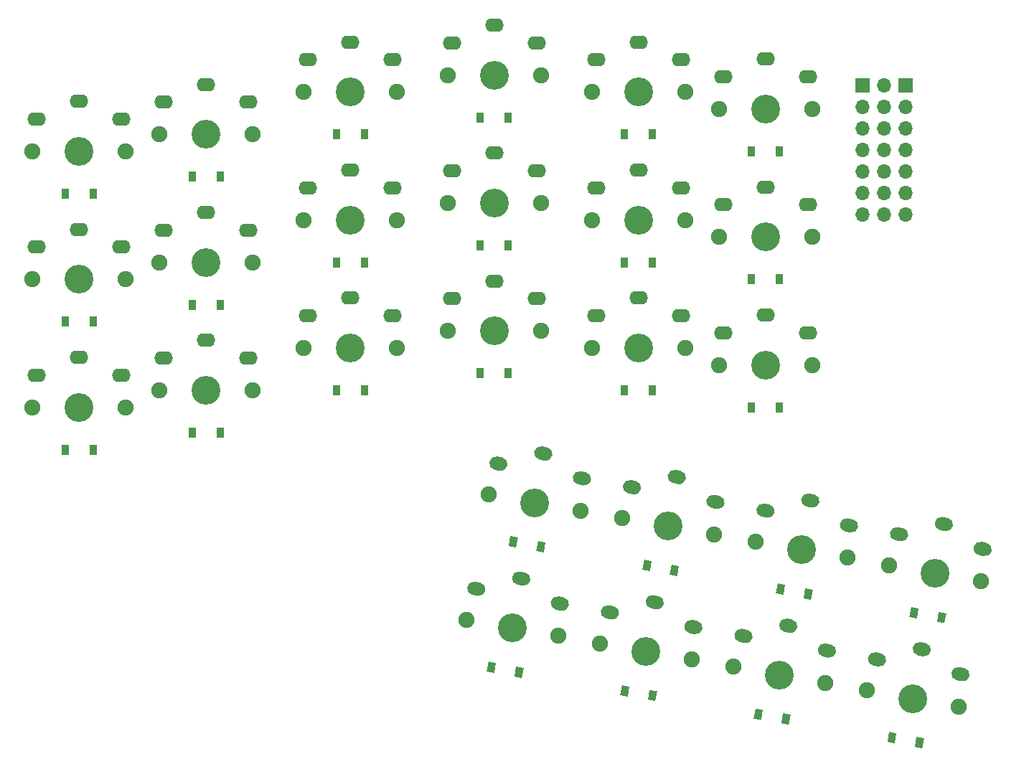
<source format=gbr>
%TF.GenerationSoftware,KiCad,Pcbnew,(5.1.9)-1*%
%TF.CreationDate,2021-08-30T11:16:40+09:00*%
%TF.ProjectId,007_SPLP,3030375f-5350-44c5-902e-6b696361645f,rev?*%
%TF.SameCoordinates,Original*%
%TF.FileFunction,Soldermask,Top*%
%TF.FilePolarity,Negative*%
%FSLAX46Y46*%
G04 Gerber Fmt 4.6, Leading zero omitted, Abs format (unit mm)*
G04 Created by KiCad (PCBNEW (5.1.9)-1) date 2021-08-30 11:16:40*
%MOMM*%
%LPD*%
G01*
G04 APERTURE LIST*
%ADD10C,3.400000*%
%ADD11C,1.900000*%
%ADD12O,2.200000X1.600000*%
%ADD13C,0.100000*%
%ADD14R,0.900000X1.200000*%
%ADD15R,1.700000X1.700000*%
%ADD16O,1.700000X1.700000*%
G04 APERTURE END LIST*
D10*
%TO.C,SW30*%
X144408127Y-161360185D03*
D11*
X138991684Y-160405120D03*
X149824570Y-162315250D03*
G36*
G01*
X148908741Y-158295143D02*
X148908741Y-158295143D01*
G75*
G02*
X149835506Y-157646216I787846J-138919D01*
G01*
X150426390Y-157750404D01*
G75*
G02*
X151075317Y-158677169I-138919J-787846D01*
G01*
X151075317Y-158677169D01*
G75*
G02*
X150148552Y-159326096I-787846J138919D01*
G01*
X149557668Y-159221908D01*
G75*
G02*
X148908741Y-158295143I138919J787846D01*
G01*
G37*
G36*
G01*
X139060663Y-156558662D02*
X139060663Y-156558662D01*
G75*
G02*
X139987428Y-155909735I787846J-138919D01*
G01*
X140578312Y-156013923D01*
G75*
G02*
X141227239Y-156940688I-138919J-787846D01*
G01*
X141227239Y-156940688D01*
G75*
G02*
X140300474Y-157589615I-787846J138919D01*
G01*
X139709590Y-157485427D01*
G75*
G02*
X139060663Y-156558662I138919J787846D01*
G01*
G37*
G36*
G01*
X144349363Y-155358806D02*
X144349363Y-155358806D01*
G75*
G02*
X145276128Y-154709879I787846J-138919D01*
G01*
X145867012Y-154814067D01*
G75*
G02*
X146515939Y-155740832I-138919J-787846D01*
G01*
X146515939Y-155740832D01*
G75*
G02*
X145589174Y-156389759I-787846J138919D01*
G01*
X144998290Y-156285571D01*
G75*
G02*
X144349363Y-155358806I138919J787846D01*
G01*
G37*
%TD*%
D10*
%TO.C,SW22*%
X115499002Y-141031328D03*
D11*
X110082559Y-140076263D03*
X120915445Y-141986393D03*
G36*
G01*
X119999616Y-137966286D02*
X119999616Y-137966286D01*
G75*
G02*
X120926381Y-137317359I787846J-138919D01*
G01*
X121517265Y-137421547D01*
G75*
G02*
X122166192Y-138348312I-138919J-787846D01*
G01*
X122166192Y-138348312D01*
G75*
G02*
X121239427Y-138997239I-787846J138919D01*
G01*
X120648543Y-138893051D01*
G75*
G02*
X119999616Y-137966286I138919J787846D01*
G01*
G37*
G36*
G01*
X110151538Y-136229805D02*
X110151538Y-136229805D01*
G75*
G02*
X111078303Y-135580878I787846J-138919D01*
G01*
X111669187Y-135685066D01*
G75*
G02*
X112318114Y-136611831I-138919J-787846D01*
G01*
X112318114Y-136611831D01*
G75*
G02*
X111391349Y-137260758I-787846J138919D01*
G01*
X110800465Y-137156570D01*
G75*
G02*
X110151538Y-136229805I138919J787846D01*
G01*
G37*
G36*
G01*
X115440238Y-135029949D02*
X115440238Y-135029949D01*
G75*
G02*
X116367003Y-134381022I787846J-138919D01*
G01*
X116957887Y-134485210D01*
G75*
G02*
X117606814Y-135411975I-138919J-787846D01*
G01*
X117606814Y-135411975D01*
G75*
G02*
X116680049Y-136060902I-787846J138919D01*
G01*
X116089165Y-135956714D01*
G75*
G02*
X115440238Y-135029949I138919J787846D01*
G01*
G37*
%TD*%
D12*
%TO.C,SW17*%
X112000000Y-114100000D03*
X107000000Y-116200000D03*
X117000000Y-116200000D03*
D11*
X117500000Y-120000000D03*
X106500000Y-120000000D03*
D10*
X112000000Y-120000000D03*
%TD*%
D13*
%TO.C,D24*%
G36*
X148316894Y-151285883D02*
G01*
X148108517Y-152467652D01*
X147222190Y-152311369D01*
X147430567Y-151129600D01*
X148316894Y-151285883D01*
G37*
G36*
X145067028Y-150712845D02*
G01*
X144858651Y-151894614D01*
X143972324Y-151738331D01*
X144180701Y-150556562D01*
X145067028Y-150712845D01*
G37*
%TD*%
D10*
%TO.C,SW24*%
X147012850Y-146588068D03*
D11*
X141596407Y-145633003D03*
X152429293Y-147543133D03*
G36*
G01*
X151513464Y-143523026D02*
X151513464Y-143523026D01*
G75*
G02*
X152440229Y-142874099I787846J-138919D01*
G01*
X153031113Y-142978287D01*
G75*
G02*
X153680040Y-143905052I-138919J-787846D01*
G01*
X153680040Y-143905052D01*
G75*
G02*
X152753275Y-144553979I-787846J138919D01*
G01*
X152162391Y-144449791D01*
G75*
G02*
X151513464Y-143523026I138919J787846D01*
G01*
G37*
G36*
G01*
X141665386Y-141786545D02*
X141665386Y-141786545D01*
G75*
G02*
X142592151Y-141137618I787846J-138919D01*
G01*
X143183035Y-141241806D01*
G75*
G02*
X143831962Y-142168571I-138919J-787846D01*
G01*
X143831962Y-142168571D01*
G75*
G02*
X142905197Y-142817498I-787846J138919D01*
G01*
X142314313Y-142713310D01*
G75*
G02*
X141665386Y-141786545I138919J787846D01*
G01*
G37*
G36*
G01*
X146954086Y-140586689D02*
X146954086Y-140586689D01*
G75*
G02*
X147880851Y-139937762I787846J-138919D01*
G01*
X148471735Y-140041950D01*
G75*
G02*
X149120662Y-140968715I-138919J-787846D01*
G01*
X149120662Y-140968715D01*
G75*
G02*
X148193897Y-141617642I-787846J138919D01*
G01*
X147603013Y-141513454D01*
G75*
G02*
X146954086Y-140586689I138919J787846D01*
G01*
G37*
%TD*%
D14*
%TO.C,D1*%
X47650000Y-101800000D03*
X44350000Y-101800000D03*
%TD*%
%TO.C,D2*%
X62650000Y-99800000D03*
X59350000Y-99800000D03*
%TD*%
%TO.C,D3*%
X79650000Y-94800000D03*
X76350000Y-94800000D03*
%TD*%
%TO.C,D4*%
X96650000Y-92800000D03*
X93350000Y-92800000D03*
%TD*%
%TO.C,D5*%
X110350000Y-94800000D03*
X113650000Y-94800000D03*
%TD*%
%TO.C,D6*%
X128650000Y-96800000D03*
X125350000Y-96800000D03*
%TD*%
%TO.C,D7*%
X44350000Y-116900000D03*
X47650000Y-116900000D03*
%TD*%
%TO.C,D8*%
X62650000Y-114900000D03*
X59350000Y-114900000D03*
%TD*%
%TO.C,D9*%
X76350000Y-109900000D03*
X79650000Y-109900000D03*
%TD*%
%TO.C,D10*%
X93350000Y-107900000D03*
X96650000Y-107900000D03*
%TD*%
%TO.C,D11*%
X110350000Y-109900000D03*
X113650000Y-109900000D03*
%TD*%
%TO.C,D12*%
X128650000Y-111900000D03*
X125350000Y-111900000D03*
%TD*%
%TO.C,D13*%
X44350000Y-132000000D03*
X47650000Y-132000000D03*
%TD*%
%TO.C,D14*%
X62650000Y-130000000D03*
X59350000Y-130000000D03*
%TD*%
%TO.C,D15*%
X79650000Y-125000000D03*
X76350000Y-125000000D03*
%TD*%
%TO.C,D16*%
X93350000Y-123000000D03*
X96650000Y-123000000D03*
%TD*%
%TO.C,D17*%
X110350000Y-125000000D03*
X113650000Y-125000000D03*
%TD*%
%TO.C,D18*%
X128650000Y-127000000D03*
X125350000Y-127000000D03*
%TD*%
D13*
%TO.C,D21*%
G36*
X97796256Y-142377733D02*
G01*
X97587879Y-143559502D01*
X96701552Y-143403219D01*
X96909929Y-142221450D01*
X97796256Y-142377733D01*
G37*
G36*
X101046122Y-142950771D02*
G01*
X100837745Y-144132540D01*
X99951418Y-143976257D01*
X100159795Y-142794488D01*
X101046122Y-142950771D01*
G37*
%TD*%
%TO.C,D22*%
G36*
X113553181Y-145156105D02*
G01*
X113344804Y-146337874D01*
X112458477Y-146181591D01*
X112666854Y-144999822D01*
X113553181Y-145156105D01*
G37*
G36*
X116803047Y-145729143D02*
G01*
X116594670Y-146910912D01*
X115708343Y-146754629D01*
X115916720Y-145572860D01*
X116803047Y-145729143D01*
G37*
%TD*%
%TO.C,D23*%
G36*
X132559970Y-148507512D02*
G01*
X132351593Y-149689281D01*
X131465266Y-149532998D01*
X131673643Y-148351229D01*
X132559970Y-148507512D01*
G37*
G36*
X129310104Y-147934474D02*
G01*
X129101727Y-149116243D01*
X128215400Y-148959960D01*
X128423777Y-147778191D01*
X129310104Y-147934474D01*
G37*
%TD*%
%TO.C,D27*%
G36*
X98441400Y-157722887D02*
G01*
X98233023Y-158904656D01*
X97346696Y-158748373D01*
X97555073Y-157566604D01*
X98441400Y-157722887D01*
G37*
G36*
X95191534Y-157149849D02*
G01*
X94983157Y-158331618D01*
X94096830Y-158175335D01*
X94305207Y-156993566D01*
X95191534Y-157149849D01*
G37*
%TD*%
%TO.C,D28*%
G36*
X114198323Y-160501258D02*
G01*
X113989946Y-161683027D01*
X113103619Y-161526744D01*
X113311996Y-160344975D01*
X114198323Y-160501258D01*
G37*
G36*
X110948457Y-159928220D02*
G01*
X110740080Y-161109989D01*
X109853753Y-160953706D01*
X110062130Y-159771937D01*
X110948457Y-159928220D01*
G37*
%TD*%
%TO.C,D29*%
G36*
X126705381Y-162706592D02*
G01*
X126497004Y-163888361D01*
X125610677Y-163732078D01*
X125819054Y-162550309D01*
X126705381Y-162706592D01*
G37*
G36*
X129955247Y-163279630D02*
G01*
X129746870Y-164461399D01*
X128860543Y-164305116D01*
X129068920Y-163123347D01*
X129955247Y-163279630D01*
G37*
%TD*%
%TO.C,D30*%
G36*
X145712171Y-166058000D02*
G01*
X145503794Y-167239769D01*
X144617467Y-167083486D01*
X144825844Y-165901717D01*
X145712171Y-166058000D01*
G37*
G36*
X142462305Y-165484962D02*
G01*
X142253928Y-166666731D01*
X141367601Y-166510448D01*
X141575978Y-165328679D01*
X142462305Y-165484962D01*
G37*
%TD*%
D15*
%TO.C,J1*%
X138400000Y-89000000D03*
D16*
X140940000Y-89000000D03*
X138400000Y-91540000D03*
X140940000Y-91540000D03*
X138400000Y-94080000D03*
X140940000Y-94080000D03*
X138400000Y-96620000D03*
X140940000Y-96620000D03*
X138400000Y-99160000D03*
X140940000Y-99160000D03*
X138400000Y-101700000D03*
X140940000Y-101700000D03*
X138400000Y-104240000D03*
X140940000Y-104240000D03*
%TD*%
D15*
%TO.C,J2*%
X143480000Y-89000000D03*
D16*
X143480000Y-91540000D03*
X143480000Y-94080000D03*
X143480000Y-96620000D03*
X143480000Y-99160000D03*
X143480000Y-101700000D03*
X143480000Y-104240000D03*
%TD*%
D12*
%TO.C,SW1*%
X46000000Y-90900000D03*
X41000000Y-93000000D03*
X51000000Y-93000000D03*
D11*
X51500000Y-96800000D03*
X40500000Y-96800000D03*
D10*
X46000000Y-96800000D03*
%TD*%
%TO.C,SW2*%
X61000000Y-94800000D03*
D11*
X55500000Y-94800000D03*
X66500000Y-94800000D03*
D12*
X66000000Y-91000000D03*
X56000000Y-91000000D03*
X61000000Y-88900000D03*
%TD*%
%TO.C,SW3*%
X78000000Y-83900000D03*
X73000000Y-86000000D03*
X83000000Y-86000000D03*
D11*
X83500000Y-89800000D03*
X72500000Y-89800000D03*
D10*
X78000000Y-89800000D03*
%TD*%
D12*
%TO.C,SW4*%
X95000000Y-81900000D03*
X90000000Y-84000000D03*
X100000000Y-84000000D03*
D11*
X100500000Y-87800000D03*
X89500000Y-87800000D03*
D10*
X95000000Y-87800000D03*
%TD*%
%TO.C,SW5*%
X112000000Y-89800000D03*
D11*
X106500000Y-89800000D03*
X117500000Y-89800000D03*
D12*
X117000000Y-86000000D03*
X107000000Y-86000000D03*
X112000000Y-83900000D03*
%TD*%
D10*
%TO.C,SW6*%
X127000000Y-91800000D03*
D11*
X121500000Y-91800000D03*
X132500000Y-91800000D03*
D12*
X132000000Y-88000000D03*
X122000000Y-88000000D03*
X127000000Y-85900000D03*
%TD*%
%TO.C,SW7*%
X46000000Y-106000000D03*
X41000000Y-108100000D03*
X51000000Y-108100000D03*
D11*
X51500000Y-111900000D03*
X40500000Y-111900000D03*
D10*
X46000000Y-111900000D03*
%TD*%
D12*
%TO.C,SW8*%
X61000000Y-104000000D03*
X56000000Y-106100000D03*
X66000000Y-106100000D03*
D11*
X66500000Y-109900000D03*
X55500000Y-109900000D03*
D10*
X61000000Y-109900000D03*
%TD*%
%TO.C,SW9*%
X78000000Y-104900000D03*
D11*
X72500000Y-104900000D03*
X83500000Y-104900000D03*
D12*
X83000000Y-101100000D03*
X73000000Y-101100000D03*
X78000000Y-99000000D03*
%TD*%
%TO.C,SW10*%
X95000000Y-97000000D03*
X90000000Y-99100000D03*
X100000000Y-99100000D03*
D11*
X100500000Y-102900000D03*
X89500000Y-102900000D03*
D10*
X95000000Y-102900000D03*
%TD*%
%TO.C,SW11*%
X112000000Y-104900000D03*
D11*
X106500000Y-104900000D03*
X117500000Y-104900000D03*
D12*
X117000000Y-101100000D03*
X107000000Y-101100000D03*
X112000000Y-99000000D03*
%TD*%
%TO.C,SW12*%
X127000000Y-101000000D03*
X122000000Y-103100000D03*
X132000000Y-103100000D03*
D11*
X132500000Y-106900000D03*
X121500000Y-106900000D03*
D10*
X127000000Y-106900000D03*
%TD*%
D12*
%TO.C,SW13*%
X46000000Y-121100000D03*
X41000000Y-123200000D03*
X51000000Y-123200000D03*
D11*
X51500000Y-127000000D03*
X40500000Y-127000000D03*
D10*
X46000000Y-127000000D03*
%TD*%
%TO.C,SW14*%
X61000000Y-125000000D03*
D11*
X55500000Y-125000000D03*
X66500000Y-125000000D03*
D12*
X66000000Y-121200000D03*
X56000000Y-121200000D03*
X61000000Y-119100000D03*
%TD*%
%TO.C,SW15*%
X78000000Y-114100000D03*
X73000000Y-116200000D03*
X83000000Y-116200000D03*
D11*
X83500000Y-120000000D03*
X72500000Y-120000000D03*
D10*
X78000000Y-120000000D03*
%TD*%
%TO.C,SW16*%
X95000000Y-118000000D03*
D11*
X89500000Y-118000000D03*
X100500000Y-118000000D03*
D12*
X100000000Y-114200000D03*
X90000000Y-114200000D03*
X95000000Y-112100000D03*
%TD*%
%TO.C,SW18*%
X127000000Y-116100000D03*
X122000000Y-118200000D03*
X132000000Y-118200000D03*
D11*
X132500000Y-122000000D03*
X121500000Y-122000000D03*
D10*
X127000000Y-122000000D03*
%TD*%
%TO.C,SW21*%
G36*
G01*
X99683314Y-132251577D02*
X99683314Y-132251577D01*
G75*
G02*
X100610079Y-131602650I787846J-138919D01*
G01*
X101200963Y-131706838D01*
G75*
G02*
X101849890Y-132633603I-138919J-787846D01*
G01*
X101849890Y-132633603D01*
G75*
G02*
X100923125Y-133282530I-787846J138919D01*
G01*
X100332241Y-133178342D01*
G75*
G02*
X99683314Y-132251577I138919J787846D01*
G01*
G37*
G36*
G01*
X94394614Y-133451433D02*
X94394614Y-133451433D01*
G75*
G02*
X95321379Y-132802506I787846J-138919D01*
G01*
X95912263Y-132906694D01*
G75*
G02*
X96561190Y-133833459I-138919J-787846D01*
G01*
X96561190Y-133833459D01*
G75*
G02*
X95634425Y-134482386I-787846J138919D01*
G01*
X95043541Y-134378198D01*
G75*
G02*
X94394614Y-133451433I138919J787846D01*
G01*
G37*
G36*
G01*
X104242692Y-135187914D02*
X104242692Y-135187914D01*
G75*
G02*
X105169457Y-134538987I787846J-138919D01*
G01*
X105760341Y-134643175D01*
G75*
G02*
X106409268Y-135569940I-138919J-787846D01*
G01*
X106409268Y-135569940D01*
G75*
G02*
X105482503Y-136218867I-787846J138919D01*
G01*
X104891619Y-136114679D01*
G75*
G02*
X104242692Y-135187914I138919J787846D01*
G01*
G37*
D11*
X105158521Y-139208021D03*
X94325635Y-137297891D03*
D10*
X99742078Y-138252956D03*
%TD*%
%TO.C,SW23*%
G36*
G01*
X131197162Y-137808319D02*
X131197162Y-137808319D01*
G75*
G02*
X132123927Y-137159392I787846J-138919D01*
G01*
X132714811Y-137263580D01*
G75*
G02*
X133363738Y-138190345I-138919J-787846D01*
G01*
X133363738Y-138190345D01*
G75*
G02*
X132436973Y-138839272I-787846J138919D01*
G01*
X131846089Y-138735084D01*
G75*
G02*
X131197162Y-137808319I138919J787846D01*
G01*
G37*
G36*
G01*
X125908462Y-139008175D02*
X125908462Y-139008175D01*
G75*
G02*
X126835227Y-138359248I787846J-138919D01*
G01*
X127426111Y-138463436D01*
G75*
G02*
X128075038Y-139390201I-138919J-787846D01*
G01*
X128075038Y-139390201D01*
G75*
G02*
X127148273Y-140039128I-787846J138919D01*
G01*
X126557389Y-139934940D01*
G75*
G02*
X125908462Y-139008175I138919J787846D01*
G01*
G37*
G36*
G01*
X135756540Y-140744656D02*
X135756540Y-140744656D01*
G75*
G02*
X136683305Y-140095729I787846J-138919D01*
G01*
X137274189Y-140199917D01*
G75*
G02*
X137923116Y-141126682I-138919J-787846D01*
G01*
X137923116Y-141126682D01*
G75*
G02*
X136996351Y-141775609I-787846J138919D01*
G01*
X136405467Y-141671421D01*
G75*
G02*
X135756540Y-140744656I138919J787846D01*
G01*
G37*
D11*
X136672369Y-144764763D03*
X125839483Y-142854633D03*
D10*
X131255926Y-143809698D03*
%TD*%
%TO.C,SW27*%
G36*
G01*
X97078591Y-147023693D02*
X97078591Y-147023693D01*
G75*
G02*
X98005356Y-146374766I787846J-138919D01*
G01*
X98596240Y-146478954D01*
G75*
G02*
X99245167Y-147405719I-138919J-787846D01*
G01*
X99245167Y-147405719D01*
G75*
G02*
X98318402Y-148054646I-787846J138919D01*
G01*
X97727518Y-147950458D01*
G75*
G02*
X97078591Y-147023693I138919J787846D01*
G01*
G37*
G36*
G01*
X91789891Y-148223549D02*
X91789891Y-148223549D01*
G75*
G02*
X92716656Y-147574622I787846J-138919D01*
G01*
X93307540Y-147678810D01*
G75*
G02*
X93956467Y-148605575I-138919J-787846D01*
G01*
X93956467Y-148605575D01*
G75*
G02*
X93029702Y-149254502I-787846J138919D01*
G01*
X92438818Y-149150314D01*
G75*
G02*
X91789891Y-148223549I138919J787846D01*
G01*
G37*
G36*
G01*
X101637969Y-149960030D02*
X101637969Y-149960030D01*
G75*
G02*
X102564734Y-149311103I787846J-138919D01*
G01*
X103155618Y-149415291D01*
G75*
G02*
X103804545Y-150342056I-138919J-787846D01*
G01*
X103804545Y-150342056D01*
G75*
G02*
X102877780Y-150990983I-787846J138919D01*
G01*
X102286896Y-150886795D01*
G75*
G02*
X101637969Y-149960030I138919J787846D01*
G01*
G37*
D11*
X102553798Y-153980137D03*
X91720912Y-152070007D03*
D10*
X97137355Y-153025072D03*
%TD*%
%TO.C,SW28*%
X112894280Y-155803443D03*
D11*
X107477837Y-154848378D03*
X118310723Y-156758508D03*
G36*
G01*
X117394894Y-152738401D02*
X117394894Y-152738401D01*
G75*
G02*
X118321659Y-152089474I787846J-138919D01*
G01*
X118912543Y-152193662D01*
G75*
G02*
X119561470Y-153120427I-138919J-787846D01*
G01*
X119561470Y-153120427D01*
G75*
G02*
X118634705Y-153769354I-787846J138919D01*
G01*
X118043821Y-153665166D01*
G75*
G02*
X117394894Y-152738401I138919J787846D01*
G01*
G37*
G36*
G01*
X107546816Y-151001920D02*
X107546816Y-151001920D01*
G75*
G02*
X108473581Y-150352993I787846J-138919D01*
G01*
X109064465Y-150457181D01*
G75*
G02*
X109713392Y-151383946I-138919J-787846D01*
G01*
X109713392Y-151383946D01*
G75*
G02*
X108786627Y-152032873I-787846J138919D01*
G01*
X108195743Y-151928685D01*
G75*
G02*
X107546816Y-151001920I138919J787846D01*
G01*
G37*
G36*
G01*
X112835516Y-149802064D02*
X112835516Y-149802064D01*
G75*
G02*
X113762281Y-149153137I787846J-138919D01*
G01*
X114353165Y-149257325D01*
G75*
G02*
X115002092Y-150184090I-138919J-787846D01*
G01*
X115002092Y-150184090D01*
G75*
G02*
X114075327Y-150833017I-787846J138919D01*
G01*
X113484443Y-150728829D01*
G75*
G02*
X112835516Y-149802064I138919J787846D01*
G01*
G37*
%TD*%
%TO.C,SW29*%
G36*
G01*
X128592439Y-152580435D02*
X128592439Y-152580435D01*
G75*
G02*
X129519204Y-151931508I787846J-138919D01*
G01*
X130110088Y-152035696D01*
G75*
G02*
X130759015Y-152962461I-138919J-787846D01*
G01*
X130759015Y-152962461D01*
G75*
G02*
X129832250Y-153611388I-787846J138919D01*
G01*
X129241366Y-153507200D01*
G75*
G02*
X128592439Y-152580435I138919J787846D01*
G01*
G37*
G36*
G01*
X123303739Y-153780291D02*
X123303739Y-153780291D01*
G75*
G02*
X124230504Y-153131364I787846J-138919D01*
G01*
X124821388Y-153235552D01*
G75*
G02*
X125470315Y-154162317I-138919J-787846D01*
G01*
X125470315Y-154162317D01*
G75*
G02*
X124543550Y-154811244I-787846J138919D01*
G01*
X123952666Y-154707056D01*
G75*
G02*
X123303739Y-153780291I138919J787846D01*
G01*
G37*
G36*
G01*
X133151817Y-155516772D02*
X133151817Y-155516772D01*
G75*
G02*
X134078582Y-154867845I787846J-138919D01*
G01*
X134669466Y-154972033D01*
G75*
G02*
X135318393Y-155898798I-138919J-787846D01*
G01*
X135318393Y-155898798D01*
G75*
G02*
X134391628Y-156547725I-787846J138919D01*
G01*
X133800744Y-156443537D01*
G75*
G02*
X133151817Y-155516772I138919J787846D01*
G01*
G37*
X134067646Y-159536879D03*
X123234760Y-157626749D03*
D10*
X128651203Y-158581814D03*
%TD*%
M02*

</source>
